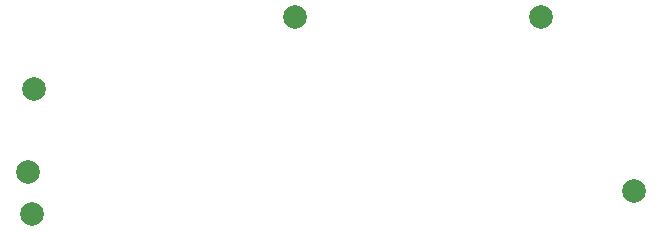
<source format=gtp>
%FSTAX23Y23*%
%MOIN*%
%SFA1B1*%

%IPPOS*%
%ADD14C,0.078740*%
%LNboard-1*%
%LPD*%
G54D14*
X00055Y0142D03*
X0007Y0128D03*
X02075Y01355D03*
X01765Y01935D03*
X00075Y01695D03*
X00945Y01935D03*
M02*
</source>
